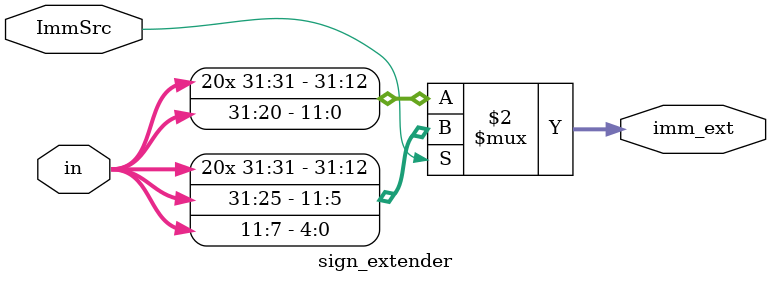
<source format=v>
`timescale 1ns / 1ps


module sign_extender(
output [31:0] imm_ext,
input [31:0] in, 
input ImmSrc 
    );
    
    assign imm_ext = (ImmSrc == 1'b1) ? ({{20{in[31]}},in[31:25],in[11:7]}):
                                        {{20{in[31]}},in[31:20]};           //extracting the value of immediate from the opcode, based on I-type or S-type instruction (because both of them have different bits assigned to the immediate value) 
endmodule                                                                   //and also extending the sign    

</source>
